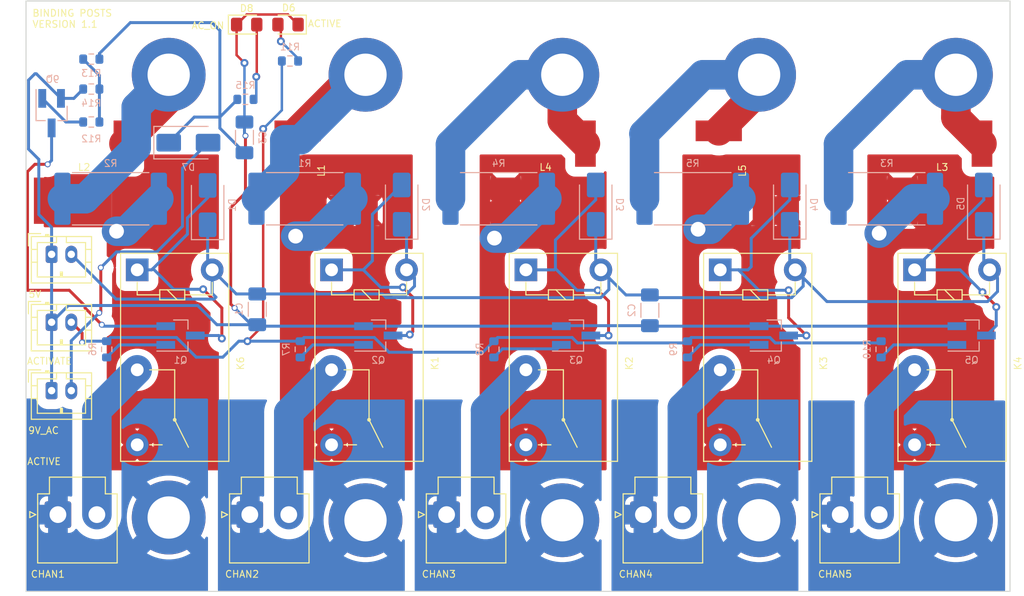
<source format=kicad_pcb>
(kicad_pcb (version 20221018) (generator pcbnew)
  (layers (0 "F.Cu" signal) (31 "B.Cu" signal) (34 "B.Paste" user) (35 "F.Paste" user) (36 "B.SilkS" user "B.Silkscreen") (37 "F.SilkS" user "F.Silkscreen") (38 "B.Mask" user) (39 "F.Mask" user) (44 "Edge.Cuts" user))
  (net 0 "")
  (net 1 "PGND")
  (net 2 "SPEAKER")
  (net 3 "SPEAKER2")
  (net 4 "PGND2")
  (net 5 "SIGNAL2")
  (net 6 "SPEAKER3")
  (net 7 "PGND3")
  (net 8 "SIGNAL3")
  (net 9 "SPEAKER4")
  (net 10 "PGND4")
  (net 11 "SIGNAL4")
  (net 12 "SPEAKER5")
  (net 13 "PGND5")
  (net 14 "SIGNAL5")
  (net 15 "5V")
  (net 16 "Net-(D1-A)")
  (net 17 "Net-(Q1-B)")
  (net 18 "GND")
  (net 19 "ACTIVATE")
  (net 20 "Net-(D2-A)")
  (net 21 "Net-(D3-A)")
  (net 22 "Net-(D4-A)")
  (net 23 "Net-(D5-A)")
  (net 24 "Net-(Q2-B)")
  (net 25 "Net-(Q3-B)")
  (net 26 "Net-(Q4-B)")
  (net 27 "Net-(Q5-B)")
  (net 28 "SIGNAL1_OUT")
  (net 29 "SIGNAL1")
  (net 30 "SIGNAL2_OUT")
  (net 31 "SIGNAL3_OUT")
  (net 32 "SIGNAL4_OUT")
  (net 33 "SIGNAL5_OUT")
  (net 34 "Net-(D6-A)")
  (net 35 "Net-(Q1-E)")
  (net 36 "Net-(Q6-B)")
  (net 37 "9VAC")
  (net 38 "12V")
  (net 39 "AC_ACTIVE")
  (net 40 "Net-(D8-A)")
  (footprint "LED_SMD:LED_0805_2012Metric_Pad1.15x1.40mm_HandSolder" (layer "F.Cu") (at 145.925 42.9)
    (fp_text reference "D8")
    (fp_text value "YELLOW")
  )
  (footprint "Connector_JST:JST_VH_B2P-VH-B_1x02_P3.96mm_Vertical" (layer "F.Cu") (at 166.2425 92.7)
    (fp_text reference "J4" hide)
    (fp_text value "Conn_01x02_Male")
  )
  (footprint "Components:Abracon 4125C Air Core Inductor 538nH" (layer "F.Cu") (at 176.3 57.9)
    (fp_text reference "L4")
    (fp_text value "0.5u")
  )
  (footprint "MountingHole:MountingHole_4.3mm_M4_DIN965_Pad" (layer "F.Cu") (at 138 92.995)
    (fp_text reference "H4" hide)
    (fp_text value "MountingHole_Pad")
  )
  (footprint "Components:Abracon 4125C Air Core Inductor 538nH" (layer "F.Cu") (at 129.4 57.9)
    (fp_text reference "L2")
    (fp_text value "0.5u")
  )
  (footprint "MountingHole:MountingHole_4.3mm_M4_DIN965_Pad" (layer "F.Cu") (at 218 93.27)
    (fp_text reference "H7" hide)
    (fp_text value "MountingHole_Pad")
  )
  (footprint "Connector_JST:JST_PH_B2B-PH-K_1x02_P2.00mm_Vertical" (layer "F.Cu") (at 126.1 73.15)
    (fp_text reference "J7" hide)
    (fp_text value "Conn_01x02_Pin")
  )
  (footprint "MountingHole:MountingHole_4.3mm_M4_DIN965_Pad" (layer "F.Cu") (at 218 48)
    (fp_text reference "H5" hide)
    (fp_text value "MountingHole_Pad")
  )
  (footprint "Relay_THT:Relay_SPST_Omron-G5Q-1A" (layer "F.Cu") (at 174.3 67.825 -90)
    (fp_text reference "K2")
    (fp_text value "G5Q-1")
  )
  (footprint "MountingHole:MountingHole_4.3mm_M4_DIN965_Pad" (layer "F.Cu") (at 178 48)
    (fp_text reference "H6" hide)
    (fp_text value "MountingHole_Pad")
  )
  (footprint "Relay_THT:Relay_SPST_Omron-G5Q-1A" (layer "F.Cu") (at 213.8 67.825 -90)
    (fp_text reference "K4")
    (fp_text value "G5Q-1")
  )
  (footprint "MountingHole:MountingHole_4.3mm_M4_DIN965_Pad" (layer "F.Cu") (at 138 48)
    (fp_text reference "H2" hide)
    (fp_text value "MountingHole_Pad")
  )
  (footprint "Relay_THT:Relay_SPST_Omron-G5Q-1A" (layer "F.Cu") (at 154.55 67.825 -90)
    (fp_text reference "K1")
    (fp_text value "G5Q-1")
  )
  (footprint "Connector_JST:JST_PH_B2B-PH-K_1x02_P2.00mm_Vertical" (layer "F.Cu") (at 126.1 66.25)
    (fp_text reference "J6" hide)
    (fp_text value "Conn_01x02_Pin")
  )
  (footprint "Relay_THT:Relay_SPST_Omron-G5Q-1A" (layer "F.Cu") (at 134.8 67.825 -90)
    (fp_text reference "K6")
    (fp_text value "G5Q-1")
  )
  (footprint "Components:Abracon 4125C Air Core Inductor 538nH" (layer "F.Cu") (at 154 57.75 90)
    (fp_text reference "L1")
    (fp_text value "0.5u")
  )
  (footprint "Connector_JST:JST_VH_B2P-VH-B_1x02_P3.96mm_Vertical" (layer "F.Cu") (at 146.2425 92.7)
    (fp_text reference "J1" hide)
    (fp_text value "Conn_01x02_Male")
  )
  (footprint "MountingHole:MountingHole_4.3mm_M4_DIN965_Pad" (layer "F.Cu") (at 198 48)
    (fp_text reference "H9" hide)
    (fp_text value "MountingHole_Pad")
  )
  (footprint "MountingHole:MountingHole_4.3mm_M4_DIN965_Pad" (layer "F.Cu") (at 158 48)
    (fp_text reference "H1" hide)
    (fp_text value "MountingHole_Pad")
  )
  (footprint "Components:Abracon 4125C Air Core Inductor 538nH" (layer "F.Cu") (at 196.8 57.75 90)
    (fp_text reference "L5")
    (fp_text value "0.5u")
  )
  (footprint "Components:Abracon 4125C Air Core Inductor 538nH" (layer "F.Cu") (at 216.6 57.9)
    (fp_text reference "L3")
    (fp_text value "538n")
  )
  (footprint "Connector_JST:JST_VH_B2P-VH-B_1x02_P3.96mm_Vertical" (layer "F.Cu") (at 186.2425 92.7)
    (fp_text reference "J5" hide)
    (fp_text value "Conn_01x02_Male")
  )
  (footprint "Connector_JST:JST_VH_B2P-VH-B_1x02_P3.96mm_Vertical" (layer "F.Cu") (at 206.2425 92.7)
    (fp_text reference "J3" hide)
    (fp_text value "Conn_01x02_Male")
  )
  (footprint "Connector_JST:JST_VH_B2P-VH-B_1x02_P3.96mm_Vertical" (layer "F.Cu") (at 126.7425 92.7)
    (fp_text reference "J2" hide)
    (fp_text value "Conn_01x02_Male")
  )
  (footprint "LED_SMD:LED_0805_2012Metric_Pad1.15x1.40mm_HandSolder" (layer "F.Cu") (at 150.125 42.9 180)
    (fp_text reference "D6")
    (fp_text value "RED")
  )
  (footprint "MountingHole:MountingHole_4.3mm_M4_DIN965_Pad" (layer "F.Cu") (at 158 93.27)
    (fp_text reference "H3" hide)
    (fp_text value "MountingHole_Pad")
  )
  (footprint "Connector_JST:JST_PH_B2B-PH-K_1x02_P2.00mm_Vertical" (layer "F.Cu") (at 126.1 80.1)
    (fp_text reference "J8" hide)
    (fp_text value "Conn_01x02_Pin")
  )
  (footprint "MountingHole:MountingHole_4.3mm_M4_DIN965_Pad" (layer "F.Cu") (at 178 93.27)
    (fp_text reference "H8" hide)
    (fp_text value "MountingHole_Pad")
  )
  (footprint "Relay_THT:Relay_SPST_Omron-G5Q-1A" (layer "F.Cu") (at 194.05 67.825 -90)
    (fp_text reference "K3")
    (fp_text value "G5Q-1")
  )
  (footprint "MountingHole:MountingHole_4.3mm_M4_DIN965_Pad" (layer "F.Cu") (at 198 93.27)
    (fp_text reference "H10" hide)
    (fp_text value "MountingHole_Pad")
  )
  (footprint "Package_TO_SOT_SMD:SOT-23_Handsoldering" (layer "B.Cu") (at 126.1 51.9 -90)
    (fp_text reference "Q6")
    (fp_text value "2SC1945")
  )
  (footprint "Diode_SMD:D_SMA" (layer "B.Cu") (at 161.677777 61.2 90)
    (fp_text reference "D2")
    (fp_text value "1N4001")
  )
  (footprint "Resistor_SMD:R_0603_1608Metric" (layer "B.Cu") (at 131.7 75.9 -90)
    (fp_text reference "R6")
    (fp_text value "1K")
  )
  (footprint "Resistor_SMD:R_4020_10251Metric_Pad1.65x5.30mm_HandSolder" (layer "B.Cu") (at 191.255554 60.6 180)
    (fp_text reference "R5")
    (fp_text value "6.8R")
  )
  (footprint "Package_TO_SOT_SMD:SOT-23_Handsoldering" (layer "B.Cu") (at 219.6 74.5)
    (fp_text reference "Q5")
    (fp_text value "2SC1945")
  )
  (footprint "Resistor_SMD:R_4020_10251Metric_Pad1.65x5.30mm_HandSolder" (layer "B.Cu") (at 132.1 60.6 180)
    (fp_text reference "R2")
    (fp_text value "6.8R")
  )
  (footprint "Resistor_SMD:R_4020_10251Metric_Pad1.65x5.30mm_HandSolder" (layer "B.Cu") (at 210.974072 60.6 180)
    (fp_text reference "R3")
    (fp_text value "7.5R")
  )
  (footprint "Diode_SMD:D_SMA" (layer "B.Cu") (at 141.959259 61.245 90)
    (fp_text reference "D1")
    (fp_text value "1N4001")
  )
  (footprint "Resistor_SMD:R_4020_10251Metric_Pad1.65x5.30mm_HandSolder" (layer "B.Cu") (at 171.537036 60.6 180)
    (fp_text reference "R4")
    (fp_text value "6.8R")
  )
  (footprint "Resistor_SMD:R_0603_1608Metric" (layer "B.Cu") (at 171.05 75.9 -90)
    (fp_text reference "R8")
    (fp_text value "1K")
  )
  (footprint "Resistor_SMD:R_4020_10251Metric_Pad1.65x5.30mm_HandSolder" (layer "B.Cu") (at 151.818518 60.6 180)
    (fp_text reference "R1")
    (fp_text value "6.8R")
  )
  (footprint "Resistor_SMD:R_0603_1608Metric" (layer "B.Cu") (at 130.134342 49.452975)
    (fp_text reference "R14")
    (fp_text value "10K")
  )
  (footprint "Resistor_SMD:R_0603_1608Metric" (layer "B.Cu") (at 210.4 75.9 -90)
    (fp_text reference "R10")
    (fp_text value "1K")
  )
  (footprint "Capacitor_SMD:C_1206_3216Metric_Pad1.33x1.80mm_HandSolder" (layer "B.Cu") (at 147 71.8375 -90)
    (fp_text reference "C1")
    (fp_text value "10U")
  )
  (footprint "Resistor_SMD:R_0603_1608Metric" (layer "B.Cu") (at 145.8 50.5 180)
    (fp_text reference "R15")
    (fp_text value "3300R")
  )
  (footprint "Diode_SMD:D_SMA" (layer "B.Cu") (at 201.114813 61.2 90)
    (fp_text reference "D4")
    (fp_text value "1N4001")
  )
  (footprint "Capacitor_SMD:C_1206_3216Metric_Pad1.33x1.80mm_HandSolder" (layer "B.Cu") (at 186.9 71.9375 -90)
    (fp_text reference "C2")
    (fp_text value "10U")
  )
  (footprint "Resistor_SMD:R_0603_1608Metric" (layer "B.Cu") (at 190.725 75.9 -90)
    (fp_text reference "R9")
    (fp_text value "1K")
  )
  (footprint "Package_TO_SOT_SMD:SOT-23_Handsoldering" (layer "B.Cu") (at 139.2 74.5)
    (fp_text reference "Q1")
    (fp_text value "2SC1945")
  )
  (footprint "Diode_SMD:D_SMA" (layer "B.Cu") (at 181.396295 61.2 90)
    (fp_text reference "D3")
    (fp_text value "1N4001")
  )
  (footprint "Resistor_SMD:R_0603_1608Metric" (layer "B.Cu") (at 130.134342 52.8 180)
    (fp_text reference "R12")
    (fp_text value "1K")
  )
  (footprint "Capacitor_SMD:C_1206_3216Metric_Pad1.33x1.80mm_HandSolder" (layer "B.Cu") (at 145.7 54.3625 90)
    (fp_text reference "C3")
    (fp_text value "1U")
  )
  (footprint "Package_TO_SOT_SMD:SOT-23_Handsoldering" (layer "B.Cu") (at 199.5 74.5)
    (fp_text reference "Q4")
    (fp_text value "2SC1945")
  )
  (footprint "Resistor_SMD:R_0603_1608Metric" (layer "B.Cu") (at 150.325 46.6 180)
    (fp_text reference "R11")
    (fp_text value "360R")
  )
  (footprint "Package_TO_SOT_SMD:SOT-23_Handsoldering" (layer "B.Cu") (at 159.3 74.5)
    (fp_text reference "Q2")
    (fp_text value "2SC1945")
  )
  (footprint "Package_TO_SOT_SMD:SOT-23_Handsoldering" (layer "B.Cu") (at 179.4 74.5)
    (fp_text reference "Q3")
    (fp_text value "2SC1945")
  )
  (footprint "Diode_SMD:D_SMA" (layer "B.Cu") (at 220.833338 61.2 90)
    (fp_text reference "D5")
    (fp_text value "1N4001")
  )
  (footprint "Resistor_SMD:R_0603_1608Metric" (layer "B.Cu") (at 130.134342 46.412195)
    (fp_text reference "R13")
    (fp_text value "30K")
  )
  (footprint "Resistor_SMD:R_0603_1608Metric" (layer "B.Cu") (at 151.375 75.9 -90)
    (fp_text reference "R7")
    (fp_text value "1K")
  )
  (footprint "Diode_SMD:D_SMA" (layer "B.Cu") (at 140 54.9)
    (fp_text reference "D7")
    (fp_text value "1N4001")
  )
  (gr_line (start 123.5 40.5) (end 123.5 100.5) (stroke (width 0.1)) (layer "Edge.Cuts"))
  (gr_line (start 223.5 100.5) (end 223.5 40.5) (stroke (width 0.1)) (layer "Edge.Cuts"))
  (gr_line (start 223.5 40.5) (end 123.5 40.5) (stroke (width 0.1)) (layer "Edge.Cuts"))
  (gr_line (start 123.5 100.5) (end 223.5 100.5) (stroke (width 0.1)) (layer "Edge.Cuts"))
  (gr_text "CHAN3" (at 167.2375 98.75) (layer "F.SilkS") (effects (font (size 0.7 0.7) (thickness 0.1)) (justify right)))
  (gr_text "CHAN5" (at 207.5 98.75) (layer "F.SilkS") (effects (font (size 0.7 0.7) (thickness 0.1)) (justify right)))
  (gr_text "CHAN4" (at 187.25 98.75) (layer "F.SilkS") (effects (font (size 0.7 0.7) (thickness 0.1)) (justify right)))
  (gr_text "5V" (at 125.1 70.3) (layer "F.SilkS") (effects (font (size 0.7 0.7) (thickness 0.1)) (justify right)))
  (gr_text "9V_AC\n" (at 126.9 84.15) (layer "F.SilkS") (effects (font (size 0.7 0.7) (thickness 0.1)) (justify right)))
  (gr_text "CHAN2" (at 147.2375 98.75) (layer "F.SilkS") (effects (font (size 0.7 0.7) (thickness 0.1)) (justify right)))
  (gr_text "ACTIVE\n" (at 155.625 42.8) (layer "F.SilkS") (effects (font (size 0.7 0.7) (thickness 0.1)) (justify right)))
  (gr_text "AC_ON" (at 143.7 43) (layer "F.SilkS") (effects (font (size 0.7 0.7) (thickness 0.1)) (justify right)))
  (gr_text "CHAN1" (at 127.5 98.75) (layer "F.SilkS") (effects (font (size 0.7 0.7) (thickness 0.1)) (justify right)))
  (gr_text "ACTIVE" (at 127.1 87.3) (layer "F.SilkS") (effects (font (size 0.7 0.7) (thickness 0.1)) (justify right)))
  (gr_text "BINDING POSTS \nVERSION 1.1" (at 124.1 42.3) (layer "F.SilkS") (effects (font (size 0.7 0.7) (thickness 0.1)) (justify left)))
  (gr_text "ACTIVATE" (at 128.2 77.1) (layer "F.SilkS") (effects (font (size 0.7 0.7) (thickness 0.1)) (justify right)))
  (segment (start 138 50.45) (end 133.45 55) (width 3) (layer "F.Cu") (net 2))
  (segment (start 138 48) (end 138 50.45) (width 3) (layer "F.Cu") (net 2))
  (segment (start 129.5 60.6) (end 134.7 55.4) (width 3) (layer "B.Cu") (net 2))
  (segment (start 134.7 51.3) (end 138 48) (width 3) (layer "B.Cu") (net 2))
  (segment (start 127.2 60.6) (end 129.5 60.6) (width 3) (layer "B.Cu") (net 2))
  (segment (start 134.7 55.4) (end 134.7 51.3) (width 3) (layer "B.Cu") (net 2))
  (segment (start 156.8 48) (end 151.1 53.7) (width 3) (layer "F.Cu") (net 3))
  (segment (start 149.8 57.718518) (end 146.918518 60.6) (width 3) (layer "B.Cu") (net 3))
  (segment (start 158 48) (end 151.4 54.6) (width 3) (layer "B.Cu") (net 3))
  (segment (start 151.4 54.6) (end 149.8 54.6) (width 3) (layer "B.Cu") (net 3))
  (segment (start 149.8 54.6) (end 149.8 57.718518) (width 3) (layer "B.Cu") (net 3))
  (segment (start 150.2025 82.3325) (end 154.55 77.985) (width 3) (layer "B.Cu") (net 5))
  (segment (start 150.2025 92.7) (end 150.2025 82.3325) (width 3) (layer "B.Cu") (net 5))
  (segment (start 178 52.65) (end 180.35 55) (width 3) (layer "F.Cu") (net 6))
  (segment (start 178 48) (end 178 52.65) (width 3) (layer "F.Cu") (net 6))
  (segment (start 173.7 48) (end 166.637036 55.062964) (width 3) (layer "B.Cu") (net 6))
  (segment (start 166.637036 55.062964) (end 166.637036 60.6) (width 3) (layer "B.Cu") (net 6))
  (segment (start 178 48) (end 173.7 48) (width 3) (layer "B.Cu") (net 6))
  (segment (start 170.2025 92.7) (end 170.2025 82.0825) (width 3) (layer "B.Cu") (net 8))
  (segment (start 170.2025 82.0825) (end 174.3 77.985) (width 3) (layer "B.Cu") (net 8))
  (segment (start 198 49.6) (end 193.9 53.7) (width 3) (layer "F.Cu") (net 9))
  (segment (start 198 48) (end 192.3 48) (width 3) (layer "B.Cu") (net 9))
  (segment (start 186.355554 54.055554) (end 186.355554 60.6) (width 3) (layer "B.Cu") (net 9))
  (segment (start 192.3 48) (end 186.3 54) (width 3) (layer "B.Cu") (net 9))
  (segment (start 186.3 54) (end 186.355554 54.055554) (width 3) (layer "B.Cu") (net 9))
  (segment (start 190.2025 92.7) (end 190.2025 81.8325) (width 3) (layer "B.Cu") (net 11))
  (segment (start 190.2025 81.8325) (end 194.05 77.985) (width 3) (layer "B.Cu") (net 11))
  (segment (start 218 48) (end 218 52.35) (width 3) (layer "F.Cu") (net 12))
  (segment (start 218 52.35) (end 220.65 55) (width 3) (layer "F.Cu") (net 12))
  (segment (start 206.074072 55.025928) (end 206.074072 60.6) (width 3) (layer "B.Cu") (net 12))
  (segment (start 218 48) (end 213.1 48) (width 3) (layer "B.Cu") (net 12))
  (segment (start 213.1 48) (end 206.074072 55.025928) (width 3) (layer "B.Cu") (net 12))
  (segment (start 210.2025 81.5825) (end 213.8 77.985) (width 3) (layer "B.Cu") (net 14))
  (segment (start 210.2025 92.7) (end 210.2025 81.5825) (width 3) (layer "B.Cu") (net 14))
  (segment (start 144.87 70.275) (end 142.42 67.825) (width 0.3) (layer "B.Cu") (net 15))
  (segment (start 222.230569 68.635569) (end 221.42 67.825) (width 0.3) (layer "B.Cu") (net 15))
  (segment (start 184.47 70.375) (end 181.92 67.825) (width 0.3) (layer "B.Cu") (net 15))
  (segment (start 162.980569 68.635569) (end 162.17 67.825) (width 0.3) (layer "B.Cu") (net 15))
  (segment (start 221.210661 71.05) (end 222.230569 70.030092) (width 0.3) (layer "B.Cu") (net 15))
  (segment (start 201.67 67.825) (end 204.895 71.05) (width 0.3) (layer "B.Cu") (net 15))
  (segment (start 204.895 71.05) (end 221.210661 71.05) (width 0.3) (layer "B.Cu") (net 15))
  (segment (start 159.72 70.275) (end 160.095 70.65) (width 0.3) (layer "B.Cu") (net 15))
  (segment (start 159.795 70.35) (end 162.110661 70.35) (width 0.3) (layer "B.Cu") (net 15))
  (segment (start 181.910661 70.65) (end 182.730569 69.830092) (width 0.3) (layer "B.Cu") (net 15))
  (segment (start 201.114813 63.2) (end 201.114813 67.269813) (width 0.3) (layer "B.Cu") (net 15))
  (segment (start 147 70.275) (end 144.87 70.275) (width 0.3) (layer "B.Cu") (net 15))
  (segment (start 132.65 70.8) (end 142.6 70.8) (width 0.3) (layer "B.Cu") (net 15))
  (segment (start 181.396295 63.2) (end 181.396295 67.301295) (width 0.3) (layer "B.Cu") (net 15))
  (segment (start 202.480569 69.480092) (end 202.480569 68.635569) (width 0.3) (layer "B.Cu") (net 15))
  (segment (start 142.6 70.8) (end 142.8 70.6) (width 0.3) (layer "B.Cu") (net 15))
  (segment (start 162.980569 69.480092) (end 162.980569 68.635569) (width 0.3) (layer "B.Cu") (net 15))
  (segment (start 182.730569 68.635569) (end 181.92 67.825) (width 0.3) (layer "B.Cu") (net 15))
  (segment (start 142.42 70.22) (end 142.42 67.825) (width 0.3) (layer "B.Cu") (net 15))
  (segment (start 220.833338 63.2) (end 220.833338 67.238338) (width 0.3) (layer "B.Cu") (net 15))
  (segment (start 202.480569 68.635569) (end 201.67 67.825) (width 0.3) (layer "B.Cu") (net 15))
  (segment (start 182.730569 69.830092) (end 182.730569 68.635569) (width 0.3) (layer "B.Cu") (net 15))
  (segment (start 162.110661 70.35) (end 162.980569 69.480092) (width 0.3) (layer "B.Cu") (net 15))
  (segment (start 128.1 66.25) (end 132.65 70.8) (width 0.3) (layer "B.Cu") (net 15))
  (segment (start 187.175 70.65) (end 201.310661 70.65) (width 0.3) (layer "B.Cu") (net 15))
  (segment (start 160.095 70.65) (end 181.910661 70.65) (width 0.3) (layer "B.Cu") (net 15))
  (segment (start 162.17 67.825) (end 162.17 63.692223) (width 0.3) (layer "B.Cu") (net 15))
  (segment (start 201.310661 70.65) (end 202.480569 69.480092) (width 0.3) (layer "B.Cu") (net 15))
  (segment (start 141.959259 63.245) (end 141.959259 67.364259) (width 0.3) (layer "B.Cu") (net 15))
  (segment (start 142.8 70.6) (end 142.42 70.22) (width 0.3) (layer "B.Cu") (net 15))
  (segment (start 186.9 70.375) (end 184.47 70.375) (width 0.3) (layer "B.Cu") (net 15))
  (segment (start 147 70.275) (end 159.72 70.275) (width 0.3) (layer "B.Cu") (net 15))
  (segment (start 159.72 70.275) (end 159.795 70.35) (width 0.3) (layer "B.Cu") (net 15))
  (segment (start 222.230569 70.030092) (end 222.230569 68.635569) (width 0.3) (layer "B.Cu") (net 15))
  (segment (start 143.4 71.7) (end 141.5 69.8) (width 0.3) (layer "F.Cu") (net 16))
  (segment (start 143.4 74.8) (end 143.4 71.7) (width 0.3) (layer "F.Cu") (net 16))
  (via (at 143.4 74.8) (size 0.8) (drill 0.4) (layers "F.Cu" "B.Cu") (net 16))
  (via (at 141.5 69.8) (size 0.8) (drill 0.4) (layers "F.Cu" "B.Cu") (net 16))
  (segment (start 140.7 74.5) (end 143.1 74.5) (width 0.3) (layer "B.Cu") (net 16))
  (segment (start 136.275 67.825) (end 136.4 67.7) (width 0.3) (layer "B.Cu") (net 16))
  (segment (start 136.4 67.7) (end 139.9 64.2) (width 0.3) (layer "B.Cu") (net 16))
  (segment (start 141.5 69.8) (end 138.5 69.8) (width 0.3) (layer "B.Cu") (net 16))
  (segment (start 134.8 67.825) (end 136.275 67.825) (width 0.3) (layer "B.Cu") (net 16))
  (segment (start 141.959259 60.495) (end 141.959259 59.245) (width 0.3) (layer "B.Cu") (net 16))
  (segment (start 139.9 64.2) (end 139.9 62.554259) (width 0.3) (layer "B.Cu") (net 16))
  (segment (start 139.9 62.554259) (end 141.959259 60.495) (width 0.3) (layer "B.Cu") (net 16))
  (segment (start 143.1 74.5) (end 143.4 74.8) (width 0.3) (layer "B.Cu") (net 16))
  (segment (start 138.5 69.8) (end 136.4 67.7) (width 0.3) (layer "B.Cu") (net 16))
  (segment (start 137.7 75.45) (end 132.975 75.45) (width 0.3) (layer "B.Cu") (net 17))
  (segment (start 132.975 75.45) (end 131.7 76.725) (width 0.3) (layer "B.Cu") (net 17))
  (segment (start 144.3 71.3) (end 144.7 71.7) (width 0.3) (layer "F.Cu") (net 18))
  (segment (start 145.8 60) (end 144.3 61.5) (width 0.3) (layer "F.Cu") (net 18))
  (segment (start 144.9 46) (end 145.7 46.8) (width 0.25) (layer "F.Cu") (net 18))
  (segment (start 151.15 42.9) (end 150.125 41.875) (width 0.25) (layer "F.Cu") (net 18))
  (segment (start 144.9 42.9) (end 144.9 46) (width 0.25) (layer "F.Cu") (net 18))
  (segment (start 144.3 61.5) (end 144.3 71.3) (width 0.3) (layer "F.Cu") (net 18))
  (segment (start 145.8 54.2) (end 145.8 60) (width 0.3) (layer "F.Cu") (net 18))
  (segment (start 150.125 41.875) (end 145.925 41.875) (width 0.25) (layer "F.Cu") (net 18))
  (segment (start 145.925 41.875) (end 144.9 42.9) (width 0.25) (layer "F.Cu") (net 18))
  (via (at 144.7 71.7) (size 0.6) (drill 0.4) (layers "F.Cu" "B.Cu") (net 18))
  (via (at 145.8 54.2) (size 0.6) (drill 0.4) (layers "F.Cu" "B.Cu") (net 18))
  (via (at 145.7 46.8) (size 0.8) (drill 0.4) (layers "F.Cu" "B.Cu") (net 18))
  (segment (start 127.05 50.4) (end 128.362317 50.4) (width 0.3) (layer "B.Cu") (net 18))
  (segment (start 128.362317 50.4) (end 129.309342 49.452975) (width 0.3) (layer "B.Cu") (net 18))
  (segment (start 198 73.55) (end 186.95 73.55) (width 0.3) (layer "B.Cu") (net 18))
  (segment (start 186.9 73.5) (end 177.95 73.5) (width 0.3) (layer "B.Cu") (net 18))
  (segment (start 127.8 71.45) (end 126.1 73.15) (width 0.3) (layer "B.Cu") (net 18))
  (segment (start 123.756052 55.556052) (end 123.756052 48.543948) (width 0.3) (layer "B.Cu") (net 18))
  (segment (start 126.1 66.25) (end 126.1 73.15) (width 0.3) (layer "B.Cu") (net 18))
  (segment (start 144.7 71.7) (end 146.4 73.4) (width 0.3) (layer "B.Cu") (net 18))
  (segment (start 177.9 73.55) (end 157.8 73.55) (width 0.3) (layer "B.Cu") (net 18))
  (segment (start 140.95 71.45) (end 127.8 71.45) (width 0.3) (layer "B.Cu") (net 18))
  (segment (start 126.1 73.15) (end 126.1 80.1) (width 0.3) (layer "B.Cu") (net 18))
  (segment (start 142.9 73.4) (end 140.95 71.45) (width 0.3) (layer "B.Cu") (net 18))
  (segment (start 124.8 56.6) (end 123.756052 55.556052) (width 0.3) (layer "B.Cu") (net 18))
  (segment (start 126.1 66.25) (end 126.1 63.5) (width 0.3) (layer "B.Cu") (net 18))
  (segment (start 124.8 62.2) (end 124.8 56.6) (width 0.3) (layer "B.Cu") (net 18))
  (segment (start 218.1 73.55) (end 198 73.55) (width 0.3) (layer "B.Cu") (net 18))
  (segment (start 157.8 73.55) (end 147.15 73.55) (width 0.3) (layer "B.Cu") (net 18))
  (segment (start 123.756052 48.543948) (end 124.4 47.9) (width 0.3) (layer "B.Cu") (net 18))
  (segment (start 126.1 63.5) (end 124.8 62.2) (width 0.3) (layer "B.Cu") (net 18))
  (segment (start 145.7 52.8) (end 145.7 54.1) (width 0.3) (layer "B.Cu") (net 18))
  (segment (start 124.4 47.9) (end 124.55 47.9) (width 0.3) (layer "B.Cu") (net 18))
  (segment (start 147 73.4) (end 142.9 73.4) (width 0.3) (layer "B.Cu") (net 18))
  (segment (start 124.55 47.9) (end 127.05 50.4) (width 0.3) (layer "B.Cu") (net 18))
  (segment (start 145.7 46.8) (end 145.7 52.8) (width 0.25) (layer "B.Cu") (net 18))
  (segment (start 145.7 54.1) (end 145.8 54.2) (width 0.3) (layer "B.Cu") (net 18))
  (segment (start 129.2 75.2) (end 129.2 74.25) (width 0.3) (layer "F.Cu") (net 19))
  (segment (start 147.6 53.5) (end 147.6 73.475) (width 0.25) (layer "F.Cu") (net 19))
  (segment (start 129.2 74.25) (end 128.1 73.15) (width 0.3) (layer "F.Cu") (net 19))
  (segment (start 147.6 73.475) (end 146 75.075) (width 0.25) (layer "F.Cu") (net 19))
  (via (at 146 75.075) (size 0.8) (drill 0.4) (layers "F.Cu" "B.Cu") (net 19))
  (via (at 147.6 53.5) (size 0.8) (drill 0.4) (layers "F.Cu" "B.Cu") (net 19))
  (via (at 129.2 75.2) (size 0.6) (drill 0.4) (layers "F.Cu" "B.Cu") (net 19))
  (segment (start 132.075 74.7) (end 131.7 75.075) (width 0.3) (layer "B.Cu") (net 19))
  (segment (start 149.5 51.6) (end 147.6 53.5) (width 0.25) (layer "B.Cu") (net 19))
  (segment (start 191.1 74.7) (end 190.725 75.075) (width 0.3) (layer "B.Cu") (net 19))
  (segment (start 158.894976 74.7) (end 151.75 74.7) (width 0.3) (layer "B.Cu") (net 19))
  (segment (start 140.794976 76.7) (end 138.794976 74.7) (width 0.3) (layer "B.Cu") (net 19))
  (segment (start 190.55 75.25) (end 179.544976 75.25) (width 0.3) (layer "B.Cu") (net 19))
  (segment (start 143.5 76.7) (end 140.794976 76.7) (width 0.3) (layer "B.Cu") (net 19))
  (segment (start 151.75 74.7) (end 151.375 75.075) (width 0.3) (layer "B.Cu") (net 19))
  (segment (start 199.644976 75.25) (end 199.094976 74.7) (width 0.3) (layer "B.Cu") (net 19))
  (segment (start 138.794976 74.7) (end 132.075 74.7) (width 0.3) (layer "B.Cu") (net 19))
  (segment (start 149.5 46.6) (end 149.5 51.6) (width 0.25) (layer "B.Cu") (net 19))
  (segment (start 160.394976 76.2) (end 158.894976 74.7) (width 0.3) (layer "B.Cu") (net 19))
  (segment (start 171.425 74.7) (end 171.05 75.075) (width 0.3) (layer "B.Cu") (net 19))
  (segment (start 210.225 75.25) (end 199.644976 75.25) (width 0.3) (layer "B.Cu") (net 19))
  (segment (start 145.125 75.075) (end 143.5 76.7) (width 0.3) (layer "B.Cu") (net 19))
  (segment (start 146 75.075) (end 145.125 75.075) (width 0.3) (layer "B.Cu") (net 19))
  (segment (start 169.925 76.2) (end 160.394976 76.2) (width 0.3) (layer "B.Cu") (net 19))
  (segment (start 131.7 75.075) (end 129.325 75.075) (width 0.3) (layer "B.Cu") (net 19))
  (segment (start 199.094976 74.7) (end 191.1 74.7) (width 0.3) (layer "B.Cu") (net 19))
  (segment (start 178.994976 74.7) (end 171.425 74.7) (width 0.3) (layer "B.Cu") (net 19))
  (segment (start 171.05 75.075) (end 169.925 76.2) (width 0.3) (layer "B.Cu") (net 19))
  (segment (start 129.325 75.075) (end 129.2 75.2) (width 0.3) (layer "B.Cu") (net 19))
  (segment (start 151.375 75.075) (end 146 75.075) (width 0.3) (layer "B.Cu") (net 19))
  (segment (start 179.544976 75.25) (end 178.994976 74.7) (width 0.3) (layer "B.Cu") (net 19))
  (segment (start 162.8 70.6) (end 161.8 69.6) (width 0.3) (layer "F.Cu") (net 20))
  (segment (start 162.8 74.1) (end 162.8 70.6) (width 0.3) (layer "F.Cu") (net 20))
  (segment (start 162.5 74.4) (end 162.8 74.1) (width 0.3) (layer "F.Cu") (net 20))
  (via (at 162.5 74.4) (size 0.8) (drill 0.4) (layers "F.Cu" "B.Cu") (net 20))
  (via (at 161.8 69.6) (size 0.8) (drill 0.4) (layers "F.Cu" "B.Cu") (net 20))
  (segment (start 158.7 62.177777) (end 161.677777 59.2) (width 0.3) (layer "B.Cu") (net 20))
  (segment (start 158.7 66.9) (end 158.7 62.177777) (width 0.3) (layer "B.Cu") (net 20))
  (segment (start 154.55 67.825) (end 157.775 67.825) (width 0.3) (layer "B.Cu") (net 20))
  (segment (start 162.4 74.5) (end 162.5 74.4) (width 0.3) (layer "B.Cu") (net 20))
  (segment (start 160.8 74.5) (end 162.4 74.5) (width 0.3) (layer "B.Cu") (net 20))
  (segment (start 157.775 67.825) (end 159.55 69.6) (width 0.3) (layer "B.Cu") (net 20))
  (segment (start 157.775 67.825) (end 158.7 66.9) (width 0.3) (layer "B.Cu") (net 20))
  (segment (start 159.55 69.6) (end 161.8 69.6) (width 0.3) (layer "B.Cu") (net 20))
  (segment (start 182.7 71) (end 181.6 69.9) (width 0.3) (layer "F.Cu") (net 21))
  (segment (start 182.7 74.5) (end 182.7 71) (width 0.3) (layer "F.Cu") (net 21))
  (via (at 181.6 69.9) (size 0.8) (drill 0.4) (layers "F.Cu" "B.Cu") (net 21))
  (via (at 182.7 74.5) (size 0.8) (drill 0.4) (layers "F.Cu" "B.Cu") (net 21))
  (segment (start 179.5 69.9) (end 181.6 69.9) (width 0.3) (layer "B.Cu") (net 21))
  (segment (start 174.3 67.825) (end 177.175 67.825) (width 0.3) (layer "B.Cu") (net 21))
  (segment (start 177.3 67.7) (end 179.5 69.9) (width 0.3) (layer "B.Cu") (net 21))
  (segment (start 177.3 67.7) (end 177.3 64.797765) (width 0.3) (layer "B.Cu") (net 21))
  (segment (start 177.3 64.797765) (end 181.396295 60.70147) (width 0.3) (layer "B.Cu") (net 21))
  (segment (start 177.175 67.825) (end 177.3 67.7) (width 0.3) (layer "B.Cu") (net 21))
  (segment (start 181.396295 60.70147) (end 181.396295 59.2) (width 0.3) (layer "B.Cu") (net 21))
  (segment (start 180.9 74.5) (end 182.7 74.5) (width 0.3) (layer "B.Cu") (net 21))
  (segment (start 201 72.7) (end 202.8 74.5) (width 0.3) (layer "F.Cu") (net 22))
  (segment (start 201 69.9) (end 201 72.7) (width 0.3) (layer "F.Cu") (net 22))
  (via (at 202.8 74.5) (size 0.8) (drill 0.4) (layers "F.Cu" "B.Cu") (net 22))
  (via (at 201 69.9) (size 0.8) (drill 0.4) (layers "F.Cu" "B.Cu") (net 22))
  (segment (start 201 74.5) (end 202.8 74.5) (width 0.3) (layer "B.Cu") (net 22))
  (segment (start 195.9 67.825) (end 197.975 69.9) (width 0.3) (layer "B.Cu") (net 22))
  (segment (start 197.2 64.616283) (end 201.114813 60.70147) (width 0.3) (layer "B.Cu") (net 22))
  (segment (start 196.875 67.825) (end 197.2 67.5) (width 0.3) (layer "B.Cu") (net 22))
  (segment (start 197.975 69.9) (end 201 69.9) (width 0.3) (layer "B.Cu") (net 22))
  (segment (start 197.2 67.5) (end 197.2 64.616283) (width 0.3) (layer "B.Cu") (net 22))
  (segment (start 201.114813 60.70147) (end 201.114813 59.2) (width 0.3) (layer "B.Cu") (net 22))
  (segment (start 195.9 67.825) (end 196.875 67.825) (width 0.3) (layer "B.Cu") (net 22))
  (segment (start 194.05 67.825) (end 195.9 67.825) (width 0.3) (layer "B.Cu") (net 22))
  (segment (start 222.1 71.6) (end 222.1 71.5) (width 0.3) (layer "F.Cu") (net 23))
  (segment (start 222.1 71.5) (end 220.7 70.1) (width 0.3) (layer "F.Cu") (net 23))
  (via (at 220.7 70.1) (size 0.8) (drill 0.4) (layers "F.Cu" "B.Cu") (net 23))
  (via (at 222.1 71.6) (size 0.8) (drill 0.4) (layers "F.Cu" "B.Cu") (net 23))
  (segment (start 222.1 73.5) (end 222.1 71.6) (width 0.3) (layer "B.Cu") (net 23))
  (segment (start 221.1 74.5) (end 222.1 73.5) (width 0.3) (layer "B.Cu") (net 23))
  (segment (start 213.8 67.825) (end 218.425 67.825) (width 0.3) (layer "B.Cu") (net 23))
  (segment (start 220.833338 60.70147) (end 220.833338 59.2) (width 0.3) (layer "B.Cu") (net 23))
  (segment (start 213.8 67.734808) (end 220.833338 60.70147) (width 0.3) (layer "B.Cu") (net 23))
  (segment (start 218.425 67.825) (end 220.7 70.1) (width 0.3) (layer "B.Cu") (net 23))
  (segment (start 157.8 75.45) (end 152.65 75.45) (width 0.3) (layer "B.Cu") (net 24))
  (segment (start 152.65 75.45) (end 151.375 76.725) (width 0.3) (layer "B.Cu") (net 24))
  (segment (start 171.925 75.85) (end 171.05 76.725) (width 0.3) (layer "B.Cu") (net 25))
  (segment (start 177.5 75.85) (end 171.925 75.85) (width 0.3) (layer "B.Cu") (net 25))
  (segment (start 177.9 75.45) (end 177.5 75.85) (width 0.3) (layer "B.Cu") (net 25))
  (segment (start 198 75.45) (end 192 75.45) (width 0.3) (layer "B.Cu") (net 26))
  (segment (start 192 75.45) (end 190.725 76.725) (width 0.3) (layer "B.Cu") (net 26))
  (segment (start 211.675 75.45) (end 210.4 76.725) (width 0.3) (layer "B.Cu") (net 27))
  (segment (start 218.1 75.45) (end 211.675 75.45) (width 0.3) (layer "B.Cu") (net 27))
  (via (at 132.7 63.900002) (size 2.5) (drill 1.5) (layers "F.Cu" "B.Cu") (net 28))
  (segment (start 137 60.6) (end 133.699998 63.900002) (width 3) (layer "B.Cu") (net 28))
  (segment (start 133.699998 63.900002) (end 132.7 63.900002) (width 3) (layer "B.Cu") (net 28))
  (segment (start 130.7025 92.7) (end 130.7025 82.0825) (width 3) (layer "B.Cu") (net 29))
  (segment (start 130.7025 82.0825) (end 134.8 77.985) (width 3) (layer "B.Cu") (net 29))
  (via (at 150.9 64.4) (size 2.5) (drill 1.5) (layers "F.Cu" "B.Cu") (net 30))
  (segment (start 156.718518 60.6) (end 152.918518 64.4) (width 3) (layer "B.Cu") (net 30))
  (segment (start 152.918518 64.4) (end 150.9 64.4) (width 3) (layer "B.Cu") (net 30))
  (via (at 171.1 64.6) (size 2.5) (drill 1.5) (layers "F.Cu" "B.Cu") (net 31))
  (segment (start 172.437036 64.6) (end 171.1 64.6) (width 3) (layer "B.Cu") (net 31))
  (segment (start 176.437036 60.6) (end 172.437036 64.6) (width 3) (layer "B.Cu") (net 31))
  (via (at 191.8 63.7) (size 2.5) (drill 1.5) (layers "F.Cu" "B.Cu") (net 32))
  (segment (start 196.155554 60.6) (end 193.055554 63.7) (width 3) (layer "B.Cu") (net 32))
  (segment (start 193.055554 63.7) (end 191.8 63.7) (width 3) (layer "B.Cu") (net 32))
  (via (at 210.2 64.1) (size 2.5) (drill 1.5) (layers "F.Cu" "B.Cu") (net 33))
  (segment (start 215.874072 60.6) (end 213.7 60.6) (width 3) (layer "B.Cu") (net 33))
  (segment (start 213.7 60.6) (end 210.2 64.1) (width 3) (layer "B.Cu") (net 33))
  (segment (start 149.4 43.2) (end 149.1 42.9) (width 0.25) (layer "F.Cu") (net 34))
  (segment (start 149.4 44.6) (end 149.4 43.2) (width 0.25) (layer "F.Cu") (net 34))
  (via (at 149.4 44.6) (size 0.8) (drill 0.4) (layers "F.Cu" "B.Cu") (net 34))
  (segment (start 151.15 46.35) (end 149.4 44.6) (width 0.25) (layer "B.Cu") (net 34))
  (segment (start 151.15 46.6) (end 151.15 46.35) (width 0.25) (layer "B.Cu") (net 34))
  (segment (start 123.65 69.9) (end 127.9 69.9) (width 0.3) (layer "F.Cu") (net 35))
  (segment (start 124.4 57.1) (end 123.65 57.85) (width 0.3) (layer "F.Cu") (net 35))
  (segment (start 125.7 57.1) (end 124.4 57.1) (width 0.3) (layer "F.Cu") (net 35))
  (segment (start 123.65 57.85) (end 123.65 69.9) (width 0.3) (layer "F.Cu") (net 35))
  (segment (start 127.9 69.9) (end 129.5 71.5) (width 0.3) (layer "F.Cu") (net 35))
  (segment (start 129.5 71.5) (end 129.5 71.7) (width 0.3) (layer "F.Cu") (net 35))
  (segment (start 129.5 71.7) (end 131.2 73.4) (width 0.3) (layer "F.Cu") (net 35))
  (via (at 131.2 73.4) (size 0.6) (drill 0.4) (layers "F.Cu" "B.Cu") (net 35))
  (via (at 125.7 57.1) (size 0.6) (drill 0.4) (layers "F.Cu" "B.Cu") (net 35))
  (segment (start 126.1 53.4) (end 126.1 56.7) (width 0.3) (layer "B.Cu") (net 35))
  (segment (start 126.1 56.7) (end 125.7 57.1) (width 0.3) (layer "B.Cu") (net 35))
  (segment (start 131.2 73.4) (end 131.35 73.55) (width 0.3) (layer "B.Cu") (net 35))
  (segment (start 131.35 73.55) (end 137.7 73.55) (width 0.3) (layer "B.Cu") (net 35))
  (segment (start 127.55 52.8) (end 125.15 50.4) (width 0.3) (layer "B.Cu") (net 36))
  (segment (start 129.309342 52.8) (end 127.55 52.8) (width 0.3) (layer "B.Cu") (net 36))
  (segment (start 131.1 67.6) (end 131.1 72.034297) (width 0.3) (layer "F.Cu") (net 37))
  (segment (start 131.1 72.034297) (end 130.941157 72.19314) (width 0.3) (layer "F.Cu") (net 37))
  (via (at 131.1 67.6) (size 0.6) (drill 0.4) (layers "F.Cu" "B.Cu") (net 37))
  (via (at 130.941157 72.19314) (size 0.6) (drill 0.4) (layers "F.Cu" "B.Cu") (net 37))
  (segment (start 128.1 75.034297) (end 130.941157 72.19314) (width 0.3) (layer "B.Cu") (net 37))
  (segment (start 136.8 66) (end 132.7 66) (width 0.3) (layer "B.Cu") (net 37))
  (segment (start 139.4 63.4) (end 136.8 66) (width 0.3) (layer "B.Cu") (net 37))
  (segment (start 132.7 66) (end 131.1 67.6) (width 0.3) (layer "B.Cu") (net 37))
  (segment (start 139.4 57.5) (end 139.4 63.4) (width 0.3) (layer "B.Cu") (net 37))
  (segment (start 142 54.9) (end 139.4 57.5) (width 0.3) (layer "B.Cu") (net 37))
  (segment (start 128.1 80.1) (end 128.1 75.034297) (width 0.3) (layer "B.Cu") (net 37))
  (segment (start 144.975 50.525) (end 143.2 52.3) (width 0.3) (layer "B.Cu") (net 38))
  (segment (start 143.2 52.3) (end 143.2 53.425) (width 0.3) (layer "B.Cu") (net 38))
  (segment (start 140.6 52.3) (end 143.2 52.3) (width 0.3) (layer "B.Cu") (net 38))
  (segment (start 142.4 42.7) (end 143.2 43.5) (width 0.3) (layer "B.Cu") (net 38))
  (segment (start 130.959342 45.840658) (end 134.1 42.7) (width 0.3) (layer "B.Cu") (net 38))
  (segment (start 134.1 42.7) (end 142.4 42.7) (width 0.3) (layer "B.Cu") (net 38))
  (segment (start 143.2 43.5) (end 143.2 52.3) (width 0.3) (layer "B.Cu") (net 38))
  (segment (start 138 54.9) (end 140.6 52.3) (width 0.3) (layer "B.Cu") (net 38))
  (segment (start 143.2 53.425) (end 145.7 55.925) (width 0.3) (layer "B.Cu") (net 38))
  (segment (start 130.959342 46.412195) (end 130.959342 45.840658) (width 0.3) (layer "B.Cu") (net 38))
  (segment (start 130.959342 49.452975) (end 130.959342 48.062195) (width 0.3) (layer "B.Cu") (net 39))
  (segment (start 130.959342 49.452975) (end 130.959342 52.8) (width 0.3) (layer "B.Cu") (net 39))
  (segment (start 130.959342 48.062195) (end 129.309342 46.412195) (width 0.3) (layer "B.Cu") (net 39))
  (segment (start 146.95 48.15) (end 146.9 48.2) (width 0.25) (layer "F.Cu") (net 40))
  (segment (start 146.95 42.9) (end 146.95 48.15) (width 0.25) (layer "F.Cu") (net 40))
  (via (at 146.9 48.2) (size 0.8) (drill 0.4) (layers "F.Cu" "B.Cu") (net 40))
  (segment (start 146.9 50.225) (end 146.625 50.5) (width 0.25) (layer "B.Cu") (net 40))
  (segment (start 146.9 48.2) (end 146.9 50.225) (width 0.25) (layer "B.Cu") (net 40))
  (zone (net 32) (net_name "SIGNAL4_OUT") (layer "F.Cu") (connect_pads (clearance 1)) (min_thickness 0.254) (fill yes (thermal_gap 0.508) (thermal_bridge_width 2))
    (polygon (pts (xy 202.2 88.2) (xy 190.2 88.2) (xy 190.2 56.1) (xy 202.2 56.1)))
  )
  (zone (net 28) (net_name "SIGNAL1_OUT") (layer "F.Cu") (connect_pads (clearance 1)) (min_thickness 0.254) (fill yes (thermal_gap 0.508) (thermal_bridge_width 2))
    (polygon (pts (xy 143.1 88.2) (xy 131.7 88.2) (xy 131.7 56.1) (xy 143.1 56.1)))
  )
  (zone (net 31) (net_name "SIGNAL3_OUT") (layer "F.Cu") (connect_pads (clearance 1)) (min_thickness 0.254) (fill yes (thermal_gap 0.508) (thermal_bridge_width 2))
    (polygon (pts (xy 182.5 88.2) (xy 169.6 88.2) (xy 169.6 56.1) (xy 182.5 56.1)))
  )
  (zone (net 33) (net_name "SIGNAL5_OUT") (layer "F.Cu") (connect_pads (clearance 1)) (min_thickness 0.254) (fill yes (thermal_gap 0.508) (thermal_bridge_width 2))
    (polygon (pts (xy 221.9 88.2) (xy 209 88.2) (xy 209 56.1) (xy 221.9 56.1)))
  )
  (zone (net 28) (net_name "SIGNAL1_OUT") (layer "F.Cu") (priority 2) (connect_pads yes (clearance 1)) (min_thickness 0.25) (fill yes (thermal_gap 0.5) (thermal_bridge_width 0.5))
    (polygon (pts (xy 125.5 58.1) (xy 132.2 58.1) (xy 132.2 63.1) (xy 131.8 63.5) (xy 125.3 63.5) (xy 125.3 58.3)))
  )
  (zone (net 30) (net_name "SIGNAL2_OUT") (layer "F.Cu") (connect_pads (clearance 1)) (min_thickness 0.254) (fill yes (thermal_gap 0.508) (thermal_bridge_width 2))
    (polygon (pts (xy 162.8 88.2) (xy 149.3 88.2) (xy 149.3 56.1) (xy 162.8 56.1)))
  )
  (zone (net 10) (net_name "PGND4") (layer "B.Cu") (priority 4) (connect_pads (clearance 1)) (min_thickness 0.254) (fill yes (thermal_gap 0.508) (thermal_bridge_width 2))
    (polygon (pts (xy 203 101) (xy 183 101) (xy 183 81) (xy 203 81)))
  )
  (zone (net 1) (net_name "PGND") (layer "B.Cu") (connect_pads (clearance 1)) (min_thickness 0.254) (fill yes (thermal_gap 0.508) (thermal_bridge_width 2))
    (polygon (pts (xy 143 101) (xy 123 101) (xy 123 80.9) (xy 143 80.9)))
  )
  (zone (net 13) (net_name "PGND5") (layer "B.Cu") (priority 5) (connect_pads (clearance 1)) (min_thickness 0.254) (fill yes (thermal_gap 0.508) (thermal_bridge_width 2))
    (polygon (pts (xy 223 101) (xy 203 101) (xy 203 81.1) (xy 223 81.1)))
  )
  (zone (net 4) (net_name "PGND2") (layer "B.Cu") (priority 1) (connect_pads (clearance 1)) (min_thickness 0.254) (fill yes (thermal_gap 0.508) (thermal_bridge_width 2))
    (polygon (pts (xy 163 101) (xy 143 101) (xy 143 81) (xy 163 81)))
  )
  (zone (net 7) (net_name "PGND3") (layer "B.Cu") (priority 3) (connect_pads (clearance 1)) (min_thickness 0.254) (fill yes (thermal_gap 0.508) (thermal_bridge_width 2))
    (polygon (pts (xy 183 101) (xy 163 101) (xy 163 81) (xy 183 81)))
  )
)
</source>
